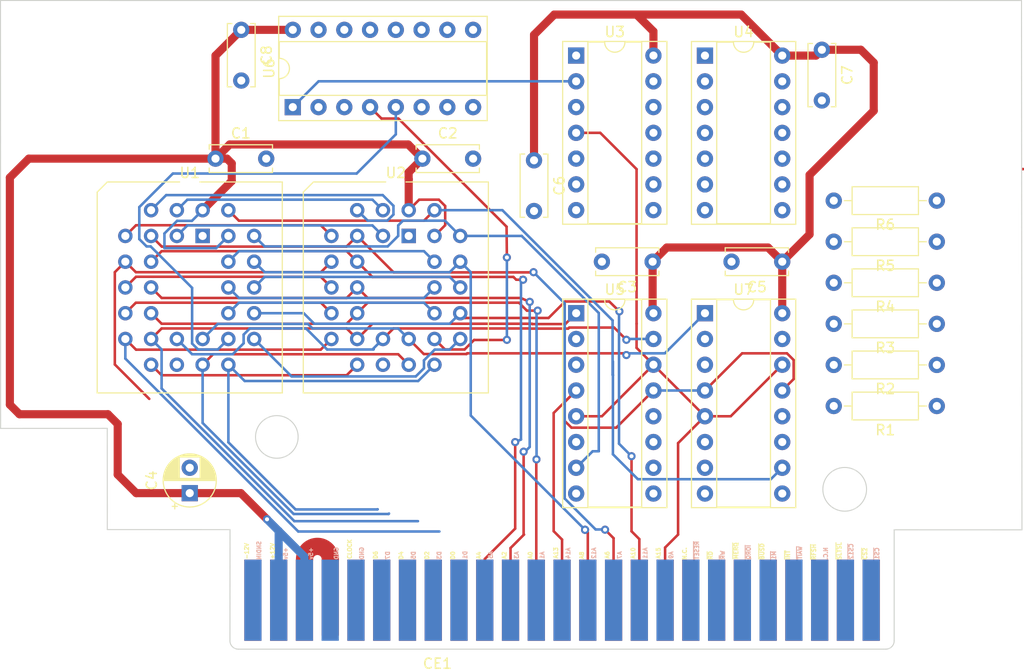
<source format=kicad_pcb>
(kicad_pcb (version 20221018) (generator pcbnew)
  (layers (0 "F.Cu" signal) (31 "B.Cu" signal) (34 "B.Paste" user) (35 "F.Paste" user) (36 "B.SilkS" user "B.Silkscreen") (37 "F.SilkS" user "F.Silkscreen") (38 "B.Mask" user) (39 "F.Mask" user) (44 "Edge.Cuts" user))
  (net 0 "")
  (net 4 "+5V")
  (net 6 "GND")
  (net 8 "/D6")
  (net 10 "/D7")
  (net 11 "/D4")
  (net 12 "/D5")
  (net 13 "/D2")
  (net 14 "/D3")
  (net 15 "/D0")
  (net 16 "/D1")
  (net 17 "/A4")
  (net 18 "/A5")
  (net 19 "/A2")
  (net 20 "/A3")
  (net 21 "/A0")
  (net 22 "/A1")
  (net 23 "/A13")
  (net 24 "/A8")
  (net 25 "/A12")
  (net 27 "/A6")
  (net 28 "/A7")
  (net 29 "/A10")
  (net 30 "/A11")
  (net 31 "/A15")
  (net 32 "/A9")
  (net 33 "/{slash}RD")
  (net 34 "/{slash}WR")
  (net 37 "/{slash}SLTSL")
  (net 38 "/MA14")
  (net 47 "/MA13")
  (net 51 "/MA15")
  (net 52 "/MA16")
  (net 53 "/ROM_CE1")
  (net 54 "/ROM_CE2")
  (net 55 "Net-(U6A-A0)")
  (net 56 "/MA17")
  (net 59 "Net-(U5-~{Ew})")
  (net 60 "Net-(U3-Pad6)")
  (net 61 "Net-(U5-~{Er})")
  (footprint "Resistor_THT:R_Axial_DIN0207_L6.3mm_D2.5mm_P10.16mm_Horizontal" (layer "F.Cu") (at 182.002867 109.71614 180)
    (fp_text reference "R1")
    (fp_text value "470R")
  )
  (footprint "Package_DIP:DIP-14_W7.62mm_Socket" (layer "F.Cu") (at 146.442867 75.16114)
    (fp_text reference "U3")
    (fp_text value "74LS32")
  )
  (footprint "Package_LCC:PLCC-32_THT-Socket" (layer "F.Cu") (at 109.612867 92.94614)
    (fp_text reference "U1")
    (fp_text value "W29C020")
  )
  (footprint "Resistor_THT:R_Axial_DIN0207_L6.3mm_D2.5mm_P10.16mm_Horizontal" (layer "F.Cu") (at 182.002867 97.56614 180)
    (fp_text reference "R4")
    (fp_text value "470R")
  )
  (footprint "Capacitor_THT:C_Disc_D6.0mm_W2.5mm_P5.00mm" (layer "F.Cu") (at 110.882867 85.32614)
    (fp_text reference "C1")
    (fp_text value "100n")
  )
  (footprint "Capacitor_THT:C_Disc_D6.0mm_W2.5mm_P5.00mm" (layer "F.Cu") (at 142.288788 85.489617 -90)
    (fp_text reference "C6")
    (fp_text value "100n")
  )
  (footprint "Capacitor_THT:C_Disc_D6.0mm_W2.5mm_P5.00mm" (layer "F.Cu") (at 113.422867 72.62614 -90)
    (fp_text reference "C8")
    (fp_text value "100n")
  )
  (footprint "Resistor_THT:R_Axial_DIN0207_L6.3mm_D2.5mm_P10.16mm_Horizontal" (layer "F.Cu") (at 182.002867 101.61614 180)
    (fp_text reference "R3")
    (fp_text value "470R")
  )
  (footprint "Package_DIP:DIP-16_W7.62mm_Socket" (layer "F.Cu") (at 146.442867 100.56614)
    (fp_text reference "U5")
    (fp_text value "74LS670")
  )
  (footprint "Resistor_THT:R_Axial_DIN0207_L6.3mm_D2.5mm_P10.16mm_Horizontal" (layer "F.Cu") (at 182.002867 89.46614 180)
    (fp_text reference "R6")
    (fp_text value "470R")
  )
  (footprint "Package_LCC:PLCC-32_THT-Socket" (layer "F.Cu") (at 129.932867 92.94614)
    (fp_text reference "U2")
    (fp_text value "W29C020")
  )
  (footprint "Package_DIP:DIP-14_W7.62mm_Socket" (layer "F.Cu") (at 159.142867 75.16614)
    (fp_text reference "U4")
    (fp_text value "74LS04")
  )
  (footprint "Capacitor_THT:C_Disc_D6.0mm_W2.5mm_P5.00mm" (layer "F.Cu") (at 166.762867 95.48614 180)
    (fp_text reference "C5")
    (fp_text value "100n")
  )
  (footprint "Capacitor_THT:C_Disc_D6.0mm_W2.5mm_P5.00mm" (layer "F.Cu") (at 170.671162 74.59035 -90)
    (fp_text reference "C7")
    (fp_text value "100n")
  )
  (footprint "Package_DIP:DIP-16_W7.62mm_Socket" (layer "F.Cu") (at 118.502867 80.24614 90)
    (fp_text reference "U6")
    (fp_text value "74LS139")
  )
  (footprint "Package_DIP:DIP-16_W7.62mm_Socket" (layer "F.Cu") (at 159.142867 100.56614)
    (fp_text reference "U7")
    (fp_text value "74LS670")
  )
  (footprint "Capacitor_THT:C_Disc_D6.0mm_W2.5mm_P5.00mm" (layer "F.Cu") (at 131.282867 85.32614)
    (fp_text reference "C2")
    (fp_text value "100n")
  )
  (footprint "Capacitor_THT:CP_Radial_D5.0mm_P2.50mm" (layer "F.Cu") (at 108.342867 118.30614 90)
    (fp_text reference "C4")
    (fp_text value "10uf")
  )
  (footprint "Resistor_THT:R_Axial_DIN0207_L6.3mm_D2.5mm_P10.16mm_Horizontal" (layer "F.Cu") (at 182.002867 93.51614 180)
    (fp_text reference "R5")
    (fp_text value "470R")
  )
  (footprint "Resistor_THT:R_Axial_DIN0207_L6.3mm_D2.5mm_P10.16mm_Horizontal" (layer "F.Cu") (at 182.002867 105.66614 180)
    (fp_text reference "R2")
    (fp_text value "470R")
  )
  (footprint "Capacitor_THT:C_Disc_D6.0mm_W2.5mm_P5.00mm" (layer "F.Cu") (at 153.982867 95.48614 180)
    (fp_text reference "C3")
    (fp_text value "100n")
  )
  (footprint "Lib_add:card_edge_connector_MSX" (layer "F.Cu") (at 143.792867 125.71614)
    (fp_text reference "CE1")
    (fp_text value "Card_Edge_Connector_MSX")
  )
  (gr_line (start 112.315213 121.905231) (end 112.307946 132.867211) (stroke (width 0.1)) (layer "Edge.Cuts"))
  (gr_arc (start 177.800089 132.865391) (mid 177.562947 133.443907) (end 176.987979 133.689526) (stroke (width 0.1)) (layer "Edge.Cuts"))
  (gr_line (start 190.354521 69.735023) (end 89.684995 69.733888) (stroke (width 0.1)) (layer "Edge.Cuts"))
  (gr_circle (center 172.921926 117.929984) (end 174.425455 116.385101) (stroke (width 0.1)) (fill none) (layer "Edge.Cuts"))
  (gr_line (start 100.212701 111.919167) (end 100.214969 121.9008) (stroke (width 0.1)) (layer "Edge.Cuts"))
  (gr_circle (center 116.930585 112.764321) (end 117.070403 110.667061) (stroke (width 0.1)) (fill none) (layer "Edge.Cuts"))
  (gr_line (start 177.8 121.92) (end 190.398682 121.922954) (stroke (width 0.1)) (layer "Edge.Cuts"))
  (gr_line (start 177.800089 132.865391) (end 177.8 121.92) (stroke (width 0.1)) (layer "Edge.Cuts"))
  (gr_line (start 190.398682 121.922954) (end 190.354521 69.735023) (stroke (width 0.1)) (layer "Edge.Cuts"))
  (gr_line (start 113.135526 133.69101) (end 176.987979 133.689526) (stroke (width 0.1)) (layer "Edge.Cuts"))
  (gr_line (start 89.684995 69.733888) (end 89.696072 111.923598) (stroke (width 0.1)) (layer "Edge.Cuts"))
  (gr_line (start 89.696072 111.923598) (end 100.212701 111.919167) (stroke (width 0.1)) (layer "Edge.Cuts"))
  (gr_arc (start 113.135526 133.69101) (mid 112.551674 133.449953) (end 112.307947 132.867211) (stroke (width 0.1)) (layer "Edge.Cuts"))
  (gr_line (start 100.214969 121.9008) (end 112.315213 121.905231) (stroke (width 0.1)) (layer "Edge.Cuts"))
  (segment (start 190.493584 86.353557) (end 190.493588 86.357856) (width 0.25) (layer "F.Cu") (net 0))
  (segment (start 190.493589 86.36) (end 190.493584 86.353557) (width 0.25) (layer "F.Cu") (net 0))
  (segment (start 129.932867 90.40614) (end 130.969067 89.36994) (width 0.25) (layer "F.Cu") (net 4))
  (segment (start 103.06614 118.30614) (end 101.241102 116.481102) (width 0.8) (layer "F.Cu") (net 4))
  (segment (start 108.342867 118.30614) (end 113.382867 118.30614) (width 0.8) (layer "F.Cu") (net 4))
  (segment (start 170.671162 74.59035) (end 174.513134 74.59035) (width 0.8) (layer "F.Cu") (net 4))
  (segment (start 91.550876 110.52629) (end 90.608771 109.584185) (width 0.8) (layer "F.Cu") (net 4))
  (segment (start 92.47386 85.32614) (end 110.882867 85.32614) (width 0.8) (layer "F.Cu") (net 4))
  (segment (start 153.982867 100.48614) (end 154.062867 100.56614) (width 0.8) (layer "F.Cu") (net 4))
  (segment (start 154.062867 75.16114) (end 154.062867 72.782867) (width 0.8) (layer "F.Cu") (net 4))
  (segment (start 133.528722 91.890285) (end 132.472867 92.94614) (width 0.25) (layer "F.Cu") (net 4))
  (segment (start 108.342867 118.30614) (end 103.06614 118.30614) (width 0.8) (layer "F.Cu") (net 4))
  (segment (start 101.241102 111.490826) (end 100.276566 110.52629) (width 0.8) (layer "F.Cu") (net 4))
  (segment (start 162.716727 71.12) (end 166.762867 75.16614) (width 0.8) (layer "F.Cu") (net 4))
  (segment (start 174.513134 74.59035) (end 175.78376 75.860976) (width 0.8) (layer "F.Cu") (net 4))
  (segment (start 100.276566 110.52629) (end 91.550876 110.52629) (width 0.8) (layer "F.Cu") (net 4))
  (segment (start 110.882867 85.32614) (end 112.014237 85.32614) (width 0.8) (layer "F.Cu") (net 4))
  (segment (start 90.608771 87.191229) (end 92.47386 85.32614) (width 0.8) (layer "F.Cu") (net 4))
  (segment (start 166.762867 95.48614) (end 165.362867 94.08614) (width 0.8) (layer "F.Cu") (net 4))
  (segment (start 154.062867 72.782867) (end 152.4 71.12) (width 0.8) (layer "F.Cu") (net 4))
  (segment (start 142.288788 73.11726) (end 144.286048 71.12) (width 0.8) (layer "F.Cu") (net 4))
  (segment (start 170.095372 75.16614) (end 170.671162 74.59035) (width 0.8) (layer "F.Cu") (net 4))
  (segment (start 90.608771 109.584185) (end 90.608771 87.191229) (width 0.8) (layer "F.Cu") (net 4))
  (segment (start 112.282867 83.92614) (end 129.882867 83.92614) (width 0.8) (layer "F.Cu") (net 4))
  (segment (start 132.902076 89.36994) (end 133.528722 89.996586) (width 0.25) (layer "F.Cu") (net 4))
  (segment (start 110.882867 75.16614) (end 113.422867 72.62614) (width 0.8) (layer "F.Cu") (net 4))
  (segment (start 166.762867 95.48614) (end 166.762867 100.56614) (width 0.8) (layer "F.Cu") (net 4))
  (segment (start 101.241102 116.481102) (end 101.241102 111.490826) (width 0.8) (layer "F.Cu") (net 4))
  (segment (start 110.882867 85.32614) (end 110.882867 75.16614) (width 0.8) (layer "F.Cu") (net 4))
  (segment (start 129.932867 87.351939) (end 129.932867 90.40614) (width 0.8) (layer "F.Cu") (net 4))
  (segment (start 133.528722 89.996586) (end 133.528722 91.890285) (width 0.25) (layer "F.Cu") (net 4))
  (segment (start 113.382867 118.30614) (end 115.962867 120.88614) (width 0.8) (layer "F.Cu") (net 4))
  (segment (start 112.484501 87.534506) (end 109.612867 90.40614) (width 0.8) (layer "F.Cu") (net 4))
  (segment (start 129.927895 86.681112) (end 129.927895 87.346967) (width 0.8) (layer "F.Cu") (net 4))
  (segment (start 112.484501 85.796404) (end 112.484501 87.534506) (width 0.8) (layer "F.Cu") (net 4))
  (segment (start 142.288788 85.489617) (end 142.288788 73.11726) (width 0.8) (layer "F.Cu") (net 4))
  (segment (start 153.982867 95.48614) (end 153.982867 100.48614) (width 0.8) (layer "F.Cu") (net 4))
  (segment (start 131.282867 85.32614) (end 129.927895 86.681112) (width 0.8) (layer "F.Cu") (net 4))
  (segment (start 175.78376 80.605149) (end 169.458196 86.930713) (width 0.8) (layer "F.Cu") (net 4))
  (segment (start 144.286048 71.12) (end 162.716727 71.12) (width 0.8) (layer "F.Cu") (net 4))
  (segment (start 112.014237 85.32614) (end 112.484501 85.796404) (width 0.8) (layer "F.Cu") (net 4))
  (segment (start 165.362867 94.08614) (end 155.382867 94.08614) (width 0.8) (layer "F.Cu") (net 4))
  (segment (start 129.882867 83.92614) (end 131.282867 85.32614) (width 0.8) (layer "F.Cu") (net 4))
  (segment (start 129.927895 87.346967) (end 129.932867 87.351939) (width 0.8) (layer "F.Cu") (net 4))
  (segment (start 175.78376 75.860976) (end 175.78376 80.605149) (width 0.8) (layer "F.Cu") (net 4))
  (segment (start 130.969067 89.36994) (end 132.902076 89.36994) (width 0.25) (layer "F.Cu") (net 4))
  (segment (start 166.762867 75.16614) (end 170.095372 75.16614) (width 0.8) (layer "F.Cu") (net 4))
  (segment (start 169.458196 86.930713) (end 169.458196 92.790811) (width 0.8) (layer "F.Cu") (net 4))
  (segment (start 169.458196 92.790811) (end 166.762867 95.48614) (width 0.8) (layer "F.Cu") (net 4))
  (segment (start 113.422867 72.62614) (end 118.502867 72.62614) (width 0.8) (layer "F.Cu") (net 4))
  (segment (start 110.882867 85.32614) (end 112.282867 83.92614) (width 0.8) (layer "F.Cu") (net 4))
  (segment (start 155.382867 94.08614) (end 153.982867 95.48614) (width 0.8) (layer "F.Cu") (net 4))
  (via (at 115.962867 120.88614) (size 0.8) (drill 0.4) (layers "F.Cu" "B.Cu") (net 4))
  (segment (start 115.962867 120.88614) (end 117.112707 122.03598) (width 0.8) (layer "B.Cu") (net 4))
  (segment (start 109.612867 90.40614) (end 108.558568 91.460439) (width 0.25) (layer "B.Cu") (net 4))
  (segment (start 117.112707 122.03598) (end 119.652707 124.57598) (width 0.8) (layer "B.Cu") (net 4))
  (segment (start 119.652707 124.57598) (end 119.652707 128.86358) (width 0.8) (layer "B.Cu") (net 4))
  (segment (start 110.952324 94.146683) (end 112.152867 92.94614) (width 0.25) (layer "B.Cu") (net 4))
  (segment (start 105.848771 94.146683) (end 110.952324 94.146683) (width 0.25) (layer "B.Cu") (net 4))
  (segment (start 107.093159 91.460439) (end 105.848771 92.704827) (width 0.25) (layer "B.Cu") (net 4))
  (segment (start 117.112707 128.86358) (end 117.112707 125.71358) (width 0.25) (layer "B.Cu") (net 4))
  (segment (start 117.112707 122.03598) (end 117.112707 128.86358) (width 0.8) (layer "B.Cu") (net 4))
  (segment (start 108.558568 91.460439) (end 107.093159 91.460439) (width 0.25) (layer "B.Cu") (net 4))
  (segment (start 105.848771 92.704827) (end 105.848771 94.146683) (width 0.25) (layer "B.Cu") (net 4))
  (segment (start 130.869874 107.249133) (end 132.472867 105.64614) (width 0.25) (layer "B.Cu") (net 8))
  (segment (start 112.152867 105.64614) (end 112.152867 113.293754) (width 0.25) (layer "B.Cu") (net 8))
  (segment (start 113.75586 107.249133) (end 130.869874 107.249133) (width 0.25) (layer "B.Cu") (net 8))
  (segment (start 126.848638 119.914336) (end 126.871069 119.891905) (width 0.25) (layer "B.Cu") (net 8))
  (segment (start 112.152867 113.293754) (end 118.773449 119.914336) (width 0.25) (layer "B.Cu") (net 8))
  (segment (start 112.152867 105.64614) (end 113.75586 107.249133) (width 0.25) (layer "B.Cu") (net 8))
  (segment (start 118.773449 119.914336) (end 126.848638 119.914336) (width 0.25) (layer "B.Cu") (net 8))
  (segment (start 132.500833 104.152765) (end 133.966242 104.152765) (width 0.25) (layer "B.Cu") (net 10))
  (segment (start 133.966242 104.152765) (end 135.012867 103.10614) (width 0.25) (layer "B.Cu") (net 10))
  (segment (start 131.436667 105.99419) (end 131.436667 105.216931) (width 0.25) (layer "B.Cu") (net 10))
  (segment (start 130.631225 106.799632) (end 131.436667 105.99419) (width 0.25) (layer "B.Cu") (net 10))
  (segment (start 114.692867 103.10614) (end 118.386359 106.799632) (width 0.25) (layer "B.Cu") (net 10))
  (segment (start 118.386359 106.799632) (end 130.631225 106.799632) (width 0.25) (layer "B.Cu") (net 10))
  (segment (start 131.436667 105.216931) (end 132.500833 104.152765) (width 0.25) (layer "B.Cu") (net 10))
  (segment (start 110.649067 104.60994) (end 128.896667 104.60994) (width 0.25) (layer "F.Cu") (net 11))
  (segment (start 128.896667 104.60994) (end 129.932867 105.64614) (width 0.25) (layer "F.Cu") (net 11))
  (segment (start 109.612867 105.64614) (end 110.649067 104.60994) (width 0.25) (layer "F.Cu") (net 11))
  (segment (start 129.932867 128.74342) (end 129.812707 128.86358) (width 0.25) (layer "F.Cu") (net 11))
  (segment (start 109.612867 111.389444) (end 118.58726 120.363837) (width 0.25) (layer "B.Cu") (net 11))
  (segment (start 118.58726 120.363837) (end 127.946881 120.363837) (width 0.25) (layer "B.Cu") (net 11))
  (segment (start 109.612867 105.64614) (end 109.612867 111.389444) (width 0.25) (layer "B.Cu") (net 11))
  (segment (start 127.946881 120.363837) (end 127.992623 120.318095) (width 0.25) (layer "B.Cu") (net 11))
  (segment (start 151.155075 104.695488) (end 151.160305 104.690258) (width 0.25) (layer "F.Cu") (net 12))
  (segment (start 151.224971 104.52114) (end 151.394089 104.690258) (width 0.25) (layer "F.Cu") (net 12))
  (segment (start 135.628265 104.591841) (end 135.698966 104.52114) (width 0.25) (layer "F.Cu") (net 12))
  (segment (start 129.932867 103.10614) (end 131.418568 104.591841) (width 0.25) (layer "F.Cu") (net 12))
  (segment (start 131.418568 104.591841) (end 135.628265 104.591841) (width 0.25) (layer "F.Cu") (net 12))
  (segment (start 135.698966 104.52114) (end 151.224971 104.52114) (width 0.25) (layer "F.Cu") (net 12))
  (segment (start 151.160305 104.690258) (end 151.394089 104.690258) (width 0.25) (layer "F.Cu") (net 12))
  (via (at 151.394089 104.690258) (size 0.8) (drill 0.4) (layers "F.Cu" "B.Cu") (net 12))
  (segment (start 111.098568 101.620439) (end 119.997447 101.620439) (width 0.25) (layer "B.Cu") (net 12))
  (segment (start 120.446948 102.06994) (end 128.896667 102.06994) (width 0.25) (layer "B.Cu") (net 12))
  (segment (start 109.612867 103.10614) (end 111.098568 101.620439) (width 0.25) (layer "B.Cu") (net 12))
  (segment (start 159.142867 100.56614) (end 155.187867 104.52114) (width 0.25) (layer "B.Cu") (net 12))
  (segment (start 151.563207 104.52114) (end 151.394089 104.690258) (width 0.25) (layer "B.Cu") (net 12))
  (segment (start 128.896667 102.06994) (end 129.932867 103.10614) (width 0.25) (layer "B.Cu") (net 12))
  (segment (start 119.997447 101.620439) (end 120.446948 102.06994) (width 0.25) (layer "B.Cu") (net 12))
  (segment (start 155.187867 104.52114) (end 151.563207 104.52114) (width 0.25) (layer "B.Cu") (net 12))
  (segment (start 105.569067 102.06994) (end 123.816667 102.06994) (width 0.25) (layer "F.Cu") (net 13))
  (segment (start 145.373842 101.635165) (end 142.122383 101.635165) (width 0.25) (layer "F.Cu") (net 13))
  (segment (start 142.122383 101.635165) (end 142.092475 101.605257) (width 0.25) (layer "F.Cu") (net 13))
  (segment (start 146.442867 100.56614) (end 145.373842 101.635165) (width 0.25) (layer "F.Cu") (net 13))
  (segment (start 142.092475 101.605257) (end 126.35375 101.605257) (width 0.25) (layer "F.Cu") (net 13))
  (segment (start 126.35375 101.605257) (end 124.852867 103.10614) (width 0.25) (layer "F.Cu") (net 13))
  (segment (start 104.532867 103.10614) (end 105.569067 102.06994) (width 0.25) (layer "F.Cu") (net 13))
  (segment (start 123.816667 102.06994) (end 124.852867 103.10614) (width 0.25) (layer "F.Cu") (net 13))
  (segment (start 105.569067 107.981334) (end 118.65663 121.068897) (width 0.25) (layer "B.Cu") (net 13))
  (segment (start 118.65663 121.068897) (end 130.845557 121.068897) (width 0.25) (layer "B.Cu") (net 13))
  (segment (start 105.569067 104.14234) (end 105.569067 107.981334) (width 0.25) (layer "B.Cu") (net 13))
  (segment (start 104.532867 103.10614) (end 105.569067 104.14234) (width 0.25) (layer "B.Cu") (net 13))
  (segment (start 150.187517 101.98114) (end 151.394089 103.187712) (width 0.25) (layer "F.Cu") (net 14))
  (segment (start 145.657702 102.084666) (end 145.761228 101.98114) (width 0.25) (layer "F.Cu") (net 14))
  (segment (start 141.921468 102.06994) (end 141.936194 102.084666) (width 0.25) (layer "F.Cu") (net 14))
  (segment (start 127.392867 103.10614) (end 128.429067 102.06994) (width 0.25) (layer "F.Cu") (net 14))
  (segment (start 145.761228 101.98114) (end 150.187517 101.98114) (width 0.25) (layer "F.Cu") (net 14))
  (segment (start 128.429067 102.06994) (end 141.921468 102.06994) (width 0.25) (layer "F.Cu") (net 14))
  (segment (start 141.936194 102.084666) (end 145.657702 102.084666) (width 0.25) (layer "F.Cu") (net 14))
  (via (at 151.394089 103.187712) (size 0.8) (drill 0.4) (layers "F.Cu" "B.Cu") (net 14))
  (segment (start 107.072867 103.10614) (end 108.576667 104.60994) (width 0.25) (layer "B.Cu") (net 14))
  (segment (start 126.452355 104.145288) (end 126.474787 104.122856) (width 0.25) (layer "B.Cu") (net 14))
  (segment (start 151.475661 103.10614) (end 151.394089 103.187712) (width 0.25) (layer "B.Cu") (net 14))
  (segment (start 126.474787 104.122856) (end 126.474787 104.02422) (width 0.25) (layer "B.Cu") (net 14))
  (segment (start 114.263658 102.06994) (end 119.811258 102.06994) (width 0.25) (layer "B.Cu") (net 14))
  (segment (start 113.656667 103.535349) (end 113.656667 102.676931) (width 0.25) (layer "B.Cu") (net 14))
  (segment (start 108.576667 104.60994) (end 112.582076 104.60994) (width 0.25) (layer "B.Cu") (net 14))
  (segment (start 151.29094 103.084563) (end 151.394089 103.187712) (width 0.25) (layer "B.Cu") (net 14))
  (segment (start 154.062867 103.10614) (end 151.475661 103.10614) (width 0.25) (layer "B.Cu") (net 14))
  (segment (start 112.582076 104.60994) (end 113.656667 103.535349) (width 0.25) (layer "B.Cu") (net 14))
  (segment (start 151.29094 103.046165) (end 151.29094 103.084563) (width 0.25) (layer "B.Cu") (net 14))
  (segment (start 113.656667 102.676931) (end 114.263658 102.06994) (width 0.25) (layer "B.Cu") (net 14))
  (segment (start 126.474787 104.02422) (end 127.392867 103.10614) (width 0.25) (layer "B.Cu") (net 14))
  (segment (start 121.886606 104.145288) (end 126.452355 104.145288) (width 0.25) (layer "B.Cu") (net 14))
  (segment (start 119.811258 102.06994) (end 121.886606 104.145288) (width 0.25) (layer "B.Cu") (net 14))
  (segment (start 103.047166 104.160439) (end 121.258568 104.160439) (width 0.25) (layer "F.Cu") (net 15))
  (segment (start 101.992867 103.10614) (end 103.047166 104.160439) (width 0.25) (layer "F.Cu") (net 15))
  (segment (start 121.258568 104.160439) (end 122.312867 103.10614) (width 0.25) (layer "F.Cu") (net 15))
  (segment (start 119.040276 122.088233) (end 132.95673 122.088233) (width 0.25) (layer "B.Cu") (net 15))
  (segment (start 101.992867 103.10614) (end 101.992867 105.040824) (width 0.25) (layer "B.Cu") (net 15))
  (segment (start 101.992867 105.040824) (end 119.040276 122.088233) (width 0.25) (layer "B.Cu") (net 15))
  (segment (start 123.816667 106.68234) (end 124.852867 105.64614) (width 0.25) (layer "F.Cu") (net 16))
  (segment (start 104.532867 105.64614) (end 105.569067 106.68234) (width 0.25) (layer "F.Cu") (net 16))
  (segment (start 105.569067 106.68234) (end 123.816667 106.68234) (width 0.25) (layer "F.Cu") (net 16))
  (segment (start 104.532867 95.48614) (end 105.569067 94.44994) (width 0.25) (layer "F.Cu") (net 17))
  (segment (start 123.816667 94.44994) (end 124.852867 95.48614) (width 0.25) (layer "F.Cu") (net 17))
  (segment (start 140.431198 113.274097) (end 140.431198 121.801007) (width 0.25) (layer "F.Cu") (net 17))
  (segment (start 105.569067 94.44994) (end 123.816667 94.44994) (width 0.25) (layer "F.Cu") (net 17))
  (segment (start 124.852867 95.48614) (end 126.356667 96.98994) (width 0.25) (layer "F.Cu") (net 17))
  (segment (start 140.258612 96.98994) (end 140.533611 97.264939) (width 0.25) (layer "F.Cu") (net 17))
  (segment (start 126.356667 96.98994) (end 140.258612 96.98994) (width 0.25) (layer "F.Cu") (net 17))
  (segment (start 140.533611 97.264939) (end 141.211086 97.264939) (width 0.25) (layer "F.Cu") (net 17))
  (segment (start 141.003191 97.024059) (end 141.211086 97.231954) (width 0.25) (layer "F.Cu") (net 17))
  (segment (start 141.003191 97.024059) (end 141.003191 97.024059) (width 0.25) (layer "F.Cu") (net 17))
  (segment (start 141.211086 97.231954) (end 141.211086 97.264939) (width 0.25) (layer "F.Cu") (net 17))
  (segment (start 140.431198 121.801007) (end 137.432707 124.799498) (width 0.25) (layer "F.Cu") (net 17))
  (segment (start 137.432707 124.799498) (end 137.432707 128.86358) (width 0.25) (layer "F.Cu") (net 17))
  (via (at 140.431198 113.274097) (size 0.8) (drill 0.4) (layers "F.Cu" "B.Cu") (net 17))
  (via (at 141.211086 97.264939) (size 0.8) (drill 0.4) (layers "F.Cu" "B.Cu") (net 17))
  (segment (start 141.003191 113.021753) (end 141.003191 97.472834) (width 0.25) (layer "B.Cu") (net 17))
  (segment (start 141.003191 97.472834) (end 141.211086 97.264939) (width 0.25) (layer "B.Cu") (net 17))
  (segment (start 140.431198 113.274097) (end 140.570121 113.454823) (width 0.25) (layer "B.Cu") (net 17))
  (segment (start 140.431198 113.274097) (end 141.003191 113.021753) (width 0.25) (layer "B.Cu") (net 17))
  (segment (start 121.276667 96.52234) (end 122.312867 95.48614) (width 0.25) (layer "F.Cu") (net 18))
  (segment (start 101.992867 95.48614) (end 100.956667 96.52234) (width 0.25) (layer "F.Cu") (net 18))
  (segment (start 100.956667 96.52234) (end 100.956667 105.617954) (width 0.25) (layer "F.Cu") (net 18))
  (segment (start 101.992867 95.48614) (end 103.029067 96.52234) (width 0.25) (layer "F.Cu") (net 18))
  (segment (start 103.029067 96.52234) (end 121.276667 96.52234) (width 0.25) (layer "F.Cu") (net 18))
  (segment (start 100.956667 105.617954) (end 104.351545 109.012832) (width 0.25) (layer "F.Cu") (net 18))
  (segment (start 141.297894 122.39297) (end 139.972707 123.718157) (width 0.25) (layer "F.Cu") (net 19))
  (segment (start 139.972707 123.718157) (end 139.972707 128.86358) (width 0.25) (layer "F.Cu") (net 19))
  (segment (start 141.264248 114.216842) (end 141.264248 122.359324) (width 0.25) (layer "F.Cu") (net 19))
  (segment (start 105.569067 99.06234) (end 123.816667 99.06234) (width 0.25) (layer "F.Cu") (net 19))
  (segment (start 104.532867 98.02614) (end 105.569067 99.06234) (width 0.25) (layer "F.Cu") (net 19))
  (segment (start 141.264248 122.359324) (end 141.297894 122.39297) (width 0.25) (layer "F.Cu") (net 19))
  (segment (start 123.816667 99.06234) (end 124.852867 98.02614) (width 0.25) (layer "F.Cu") (net 19))
  (segment (start 125.889067 99.06234) (end 140.971614 99.06234) (width 0.25) (layer "F.Cu") (net 19))
  (segment (start 140.971614 99.06234) (end 141.864328 99.446616) (width 0.25) (layer "F.Cu") (net 19))
  (segment (start 124.852867 98.02614) (end 125.889067 99.06234) (width 0.25) (layer "F.Cu") (net 19))
  (via (at 141.864328 99.446616) (size 0.8) (drill 0.4) (layers "F.Cu" "B.Cu") (net 19))
  (via (at 141.264248 114.216842) (size 0.8) (drill 0.4) (layers "F.Cu" "B.Cu") (net 19))
  (segment (start 141.264248 114.351428) (end 141.331541 114.284135) (width 0.25) (layer "B.Cu") (net 19))
  (segment (start 141.264248 114.216842) (end 141.264248 114.351428) (width 0.25) (layer "B.Cu") (net 19))
  (segment (start 141.864328 113.751348) (end 141.398834 114.216842) (width 0.25) (layer "B.Cu") (net 19))
  (segment (start 141.864328 99.446616) (end 141.864328 113.751348) (width 0.25) (layer "B.Cu") (net 19))
  (segment (start 141.398834 114.216842) (end 141.264248 114.216842) (width 0.25) (layer "B.Cu") (net 19))
  (segment (start 121.258568 96.971841) (end 122.312867 98.02614) (width 0.25) (layer "F.Cu") (net 20))
  (segment (start 101.992867 98.02614) (end 103.047166 96.971841) (width 0.25) (layer "F.Cu") (net 20))
  (segment (start 103.047166 96.971841) (end 121.258568 96.971841) (width 0.25) (layer "F.Cu") (net 20))
  (segment (start 142.647018 100.409172) (end 142.647018 100.312123) (width 0.25) (layer "F.Cu") (net 21))
  (segment (start 125.889067 99.52994) (end 140.803524 99.52994) (width 0.25) (layer "F.Cu") (net 21))
  (segment (start 142.600176 100.456014) (end 142.647018 100.409172) (width 0.25) (layer "F.Cu") (net 21))
  (segment (start 124.852867 100.56614) (end 125.889067 99.52994) (width 0.25) (layer "F.Cu") (net 21))
  (segment (start 105.569067 101.60234) (end 123.816667 101.60234) (width 0.25) (layer "F.Cu") (net 21))
  (segment (start 142.531604 114.97822) (end 142.512707 114.997117) (width 0.25) (layer "F.Cu") (net 21))
  (segment (start 142.600176 100.456014) (end 142.600176 100.456014) (width 0.25) (layer "F.Cu") (net 21))
  (segment (start 104.532867 100.56614) (end 105.569067 101.60234) (width 0.25) (layer "F.Cu") (net 21))
  (segment (start 141.585707 100.312123) (end 142.647018 100.312123) (width 0.25) (layer "F.Cu") (net 21))
  (segment (start 123.816667 101.60234) (end 124.852867 100.56614) (width 0.25) (layer "F.Cu") (net 21))
  (segment (start 142.512707 114.997117) (end 142.512707 128.86358) (width 0.25) (layer "F.Cu") (net 21))
  (segment (start 140.803524 99.52994) (end 141.585707 100.312123) (width 0.25) (layer "F.Cu") (net 21))
  (via (at 142.531604 114.97822) (size 0.8) (drill 0.4) (layers "F.Cu" "B.Cu") (net 21))
  (via (at 142.647018 100.312123) (size 0.8) (drill 0.4) (layers "F.Cu" "B.Cu") (net 21))
  (segment (start 142.538266 100.420875) (end 142.647018 100.312123) (width 0.25) (layer "B.Cu") (net 21))
  (segment (start 142.531604 114.97822) (end 142.538266 114.984882) (width 0.25) (layer "B.Cu") (net 21))
  (segment (start 142.538266 114.984882) (end 142.538266 115.120747) (width 0.25) (layer "B.Cu") (net 21))
  (segment (start 142.531604 114.97822) (end 142.538266 114.971558) (width 0.25) (layer "B.Cu") (net 21))
  (segment (start 142.538266 114.971558) (end 142.538266 100.420875) (width 0.25) (layer "B.Cu") (net 21))
  (segment (start 142.538266 115.120747) (end 142.576466 115.158947) (width 0.25) (layer "B.Cu") (net 21))
  (segment (start 121.276667 99.52994) (end 122.312867 100.56614) (width 0.25) (layer "F.Cu") (net 22))
  (segment (start 103.029067 99.52994) (end 121.276667 99.52994) (width 0.25) (layer "F.Cu") (net 22))
  (segment (start 101.992867 100.56614) (end 103.029067 99.52994) (width 0.25) (layer "F.Cu") (net 22))
  (segment (start 146.442867 108.18614) (end 144.225789 110.403218) (width 0.25) (layer "F.Cu") (net 23))
  (segment (start 154.062867 108.18614) (end 150.397867 111.85114) (width 0.25) (layer "F.Cu") (net 23))
  (segment (start 144.225789 122.056504) (end 145.052707 122.883422) (width 0.25) (layer "F.Cu") (net 23))
  (segment (start 150.397867 111.85114) (end 145.976876 111.85114) (width 0.25) (layer "F.Cu") (net 23))
  (segment (start 159.142867 108.18614) (end 162.807867 104.52114) (width 0.25) (layer "F.Cu") (net 23))
  (segment (start 167.887867 107.06114) (end 166.762867 108.18614) (width 0.25) (layer "F.Cu") (net 23))
  (segment (start 145.317867 109.31114) (end 146.442867 108.18614) (width 0.25) (layer "F.Cu") (net 23))
  (segment (start 162.807867 104.52114) (end 167.228858 104.52114) (width 0.25) (layer "F.Cu") (net 23))
  (segment (start 144.225789 110.403218) (end 144.225789 122.056504) (width 0.25) (layer "F.Cu") (net 23))
  (segment (start 145.052707 122.883422) (end 145.052707 128.86358) (width 0.25) (layer "F.Cu") (net 23))
  (segment (start 167.228858 104.52114) (end 167.887867 105.180149) (width 0.25) (layer "F.Cu") (net 23))
  (segment (start 145.317867 111.192131) (end 145.317867 109.31114) (width 0.25) (layer "F.Cu") (net 23))
  (segment (start 145.976876 111.85114) (end 145.317867 111.192131) (width 0.25) (layer "F.Cu") (net 23))
  (segment (start 167.887867 105.180149) (end 167.887867 107.06114) (width 0.25) (layer "F.Cu") (net 23))
  (segment (start 154.062867 108.18614) (end 159.142867 108.18614) (width 0.25) (layer "B.Cu") (net 23))
  (segment (start 147.592707 122.192707) (end 147.592707 128.86358) (width 0.25) (layer "F.Cu") (net 24))
  (segment (start 147.32 121.92) (end 147.592707 122.192707) (width 0.25) (layer "F.Cu") (net 24))
  (via (at 147.32 121.92) (size 0.8) (drill 0.4) (layers "F.Cu" "B.Cu") (net 24))
  (via (at 147.32 121.92) (size 0.8) (drill 0.4) (layers "F.Cu" "B.Cu") (net 24))
  (segment (start 115.729067 96.52234) (end 133.976667 96.52234) (width 0.25) (layer "B.Cu") (net 24))
  (segment (start 114.692867 95.48614) (end 115.729067 96.52234) (width 0.25) (layer "B.Cu") (net 24))
  (segment (start 133.976667 96.52234) (end 135.012867 95.48614) (width 0.25) (layer "B.Cu") (net 24))
  (segment (start 136.049067 96.52234) (end 136.049067 110.649067) (width 0.25) (layer "B.Cu") (net 24))
  (segment (start 136.049067 110.649067) (end 147.32 121.92) (width 0.25) (layer "B.Cu") (net 24))
  (segment (start 135.012867 95.48614) (end 136.049067 96.52234) (width 0.25) (layer "B.Cu") (net 24))
  (segment (start 127.372076 88.91994) (end 128.429067 89.976931) (width 0.25) (layer "B.Cu") (net 25))
  (segment (start 128.429067 89.976931) (end 128.429067 90.835349) (width 0.25) (layer "B.Cu") (net 25))
  (segment (start 125.889067 91.44234) (end 124.852867 90.40614) (width 0.25) (layer "B.Cu") (net 25))
  (segment (start 128.429067 90.835349) (end 127.822076 91.44234) (width 0.25) (layer "B.Cu") (net 25))
  (segment (start 106.019067 88.91994) (end 127.372076 88.91994) (width 0.25) (layer "B.Cu") (net 25))
  (segment (start 127.822076 91.44234) (end 125.889067 91.44234) (width 0.25) (layer "B.Cu") (net 25))
  (segment (start 104.532867 90.40614) (end 106.019067 88.91994) (width 0.25) (layer "B.Cu") (net 25))
  (segment (start 150.132707 122.748803) (end 150.132707 128.86358) (width 0.25) (layer "F.Cu") (net 27))
  (segment (start 142.219561 96.540439) (end 142.24 96.52) (width 0.25) (layer "F.Cu") (net 27))
  (segment (start 105.586667 93.99994) (end 123.799067 93.99994) (width 0.25) (layer "F.Cu") (net 27))
  (segment (start 104.532867 92.94614) (end 105.586667 93.99994) (width 0.25) (layer "F.Cu") (net 27))
  (segment (start 128.447166 96.540439) (end 142.219561 96.540439) (width 0.25) (layer "F.Cu") (net 27))
  (segment (start 123.799067 93.99994) (end 124.852867 92.94614) (width 0.25) (layer "F.Cu") (net 27))
  (segment (start 149.293934 121.91003) (end 150.132707 122.748803) (width 0.25) (layer "F.Cu") (net 27))
  (segment (start 124.852867 92.94614) (end 128.447166 96.540439) (width 0.25) (layer "F.Cu") (net 27))
  (segment (start 142.24 96.52) (end 142.260439 96.540439) (width 0.25) (layer "F.Cu") (net 27))
  (via (at 149.293934 121.91003) (size 0.8) (drill 0.4) (layers "F.Cu" "B.Cu") (net 27))
  (via (at 142.24 96.52) (size 0.8) (drill 0.4) (layers "F.Cu" "B.Cu") (net 27))
  (segment (start 149.260255 121.887632) (end 149.237857 121.887632) (width 0.25) (layer "B.Cu") (net 27))
  (segment (start 145.317867 99.597867) (end 145.317867 118.842454) (width 0.25) (layer "B.Cu") (net 27))
  (segment (start 149.215459 121.887632) (end 149.293934 121.91003) (width 0.25) (layer "B.Cu") (net 27))
  (segment (start 142.24 96.52) (end 145.317867 99.597867) (width 0.25) (layer "B.Cu") (net 27))
  (segment (start 148.363045 121.887632) (end 149.215459 121.887632) (width 0.25) (layer "B.Cu") (net 27))
  (segment (start 149.293934 121.91003) (end 149.260255 121.887632) (width 0.25) (layer "B.Cu") (net 27))
  (segment (start 145.317867 118.842454) (end 148.363045 121.887632) (width 0.25) (layer "B.Cu") (net 27))
  (segment (start 121.258568 91.891841) (end 122.312867 92.94614) (width 0.25) (layer "F.Cu") (net 28))
  (segment (start 103.047166 91.891841) (end 121.258568 91.891841) (width 0.25) (layer "F.Cu") (net 28))
  (segment (start 101.992867 92.94614) (end 103.047166 91.891841) (width 0.25) (layer "F.Cu") (net 28))
  (segment (start 151.902926 122.06772) (end 152.672707 122.837501) (width 0.25) (layer "F.Cu") (net 29))
  (segment (start 151.902926 114.665463) (end 151.902926 122.06772) (width 0.25) (layer "F.Cu") (net 29))
  (segment (start 135.012867 100.56614) (end 135.48335 101.036623) (width 0.25) (layer "F.Cu") (net 29))
  (segment (start 152.672707 122.837501) (end 152.672707 128.86358) (width 0.25) (layer "F.Cu") (net 29))
  (segment (start 143.722384 101.036623) (end 145.346038 99.412969) (width 0.25) (layer "F.Cu") (net 29))
  (segment (start 135.48335 101.036623) (end 143.722384 101.036623) (width 0.25) (layer "F.Cu") (net 29))
  (segment (start 145.346038 99.412969) (end 149.708909 99.412969) (width 0.25) (layer "F.Cu") (net 29))
  (segment (start 149.708909 99.412969) (end 150.705207 100.383737) (width 0.25) (layer "F.Cu") (net 29))
  (via (at 150.705207 100.383737) (size 0.8) (drill 0.4) (layers "F.Cu" "B.Cu") (net 29))
  (via (at 151.902926 114.665463) (size 0.8) (drill 0.4) (layers "F.Cu" "B.Cu") (net 29))
  (segment (start 114.692867 100.56614) (end 119.578838 100.56614) (width 0.25) (layer "B.Cu") (net 29))
  (segment (start 150.669589 100.419355) (end 150.705207 100.383737) (width 0.25) (layer "B.Cu") (net 29))
  (segment (start 133.976667 101.60234) (end 135.012867 100.56614) (width 0.25) (layer "B.Cu") (net 29))
  (segment (start 151.902926 114.665463) (end 151.858064 114.620601) (width 0.25) (layer "B.Cu") (net 29))
  (segment (start 119.578838 100.56614) (end 120.615038 101.60234) (width 0.25) (layer "B.Cu") (net 29))
  (segment (start 151.902926 114.665463) (end 151.902926 114.665463) (width 0.25) (layer "B.Cu") (net 29))
  (segment (start 120.615038 101.60234) (end 133.976667 101.60234) (width 0.25) (layer "B.Cu") (net 29))
  (segment (start 151.902926 114.665463) (end 151.902926 114.665463) (width 0.25) (layer "B.Cu") (net 29))
  (segment (start 150.669589 113.432126) (end 150.669589 100.419355) (width 0.25) (layer "B.Cu") (net 29))
  (segment (start 151.902926 114.665463) (end 150.669589 113.432126) (width 0.25) (layer "B.Cu") (net 29))
  (segment (start 114.692867 98.02614) (end 115.729067 96.98994) (width 0.25) (layer "B.Cu") (net 30))
  (segment (start 115.729067 96.98994) (end 133.976667 96.98994) (width 0.25) (layer "B.Cu") (net 30))
  (segment (start 133.976667 96.98994) (end 135.012867 98.02614) (width 0.25) (layer "B.Cu") (net 30))
  (segment (start 154.062867 105.64614) (end 152.4 103.983273) (width 0.25) (layer "F.Cu") (net 31))
  (segment (start 152.4 86.36) (end 148.82114 82.78114) (width 0.25) (layer "F.Cu") (net 31))
  (segment (start 155.212707 123.672656) (end 155.212707 128.86358) (width 0.25) (layer "F.Cu") (net 31))
  (segment (start 161.682867 110.72614) (end 166.762867 105.64614) (width 0.25) (layer "F.Cu") (net 31))
  (segment (start 156.493032 113.375975) (end 156.493032 122.392331) (width 0.25) (layer "F.Cu") (net 31))
  (segment (start 148.82114 82.78114) (end 146.442867 82.78114) (width 0.25) (layer "F.Cu") (net 31))
  (segment (start 154.062867 105.64614) (end 159.142867 110.72614) (width 0.25) (layer "F.Cu") (net 31))
  (segment (start 159.142867 110.72614) (end 156.493032 113.375975) (width 0.25) (layer "F.Cu") (net 31))
  (segment (start 152.4 101.6) (end 152.4 86.36) (width 0.25) (layer "F.Cu") (net 31))
  (segment (start 146.442867 110.72614) (end 148.982867 110.72614) (width 0.25) (layer "F.Cu") (net 31))
  (segment (start 148.982867 110.72614) (end 154.062867 105.64614) (width 0.25) (layer "F.Cu") (net 31))
  (segment (start 159.142867 110.72614) (end 161.682867 110.72614) (width 0.25) (layer "F.Cu") (net 31))
  (segment (start 156.493032 122.392331) (end 155.212707 123.672656) (width 0.25) (layer "F.Cu") (net 31))
  (segment (start 152.4 103.983273) (end 152.4 101.6) (width 0.25) (layer "F.Cu") (net 31))
  (segment (start 131.436667 99.06234) (end 132.472867 98.02614) (width 0.25) (layer "B.Cu") (net 32))
  (segment (start 112.152867 98.02614) (end 113.189067 99.06234) (width 0.25) (layer "B.Cu") (net 32))
  (segment (start 113.189067 99.06234) (end 131.436667 99.06234) (width 0.25) (layer "B.Cu") (net 32))
  (segment (start 112.152867 100.56614) (end 113.189067 99.52994) (width 0.25) (layer "B.Cu") (net 33))
  (segment (start 113.189067 99.52994) (end 131.436667 99.52994) (width 0.25) (layer "B.Cu") (net 33))
  (segment (start 131.436667 99.52994) (end 132.472867 100.56614) (width 0.25) (layer "B.Cu") (net 33))
  (segment (start 121.047867 77.70114) (end 146.442867 77.70114) (width 0.25) (layer "B.Cu") (net 37))
  (segment (start 118.502867 80.24614) (end 121.047867 77.70114) (width 0.25) (layer "B.Cu") (net 37))
  (segment (start 148.673713 114.177476) (end 148.071531 114.177476) (width 0.25) (layer "B.Cu") (net 38))
  (segment (start 148.071531 114.177476) (end 146.442867 115.80614) (width 0.25) (layer "B.Cu") (net 38))
  (segment (start 114.692867 92.94614) (end 115.729067 93.98234) (width 0.25) (layer "B.Cu") (net 38))
  (segment (start 127.860467 93.98234) (end 128.896667 92.94614) (width 0.25) (layer "B.Cu") (net 38))
  (segment (start 133.509067 91.44234) (end 135.012867 92.94614) (width 0.25) (layer "B.Cu") (net 38))
  (segment (start 141.072867 92.94614) (end 148.673713 100.546986) (width 0.25) (layer "B.Cu") (net 38))
  (segment (start 135.012867 92.94614) (end 141.072867 92.94614) (width 0.25) (layer "B.Cu") (net 38))
  (segment (start 128.896667 92.94614) (end 128.896667 91.90994) (width 0.25) (layer "B.Cu") (net 38))
  (segment (start 148.673713 100.546986) (end 148.673713 114.177476) (width 0.25) (layer "B.Cu") (net 38))
  (segment (start 115.729067 93.98234) (end 127.860467 93.98234) (width 0.25) (layer "B.Cu") (net 38))
  (segment (start 129.364267 91.44234) (end 133.509067 91.44234) (width 0.25) (layer "B.Cu") (net 38))
  (segment (start 128.896667 91.90994) (end 129.364267 91.44234) (width 0.25) (layer "B.Cu") (net 38))
  (segment (start 113.189067 94.44994) (end 131.436667 94.44994) (width 0.25) (layer "B.Cu") (net 47))
  (segment (start 112.152867 95.48614) (end 113.189067 94.44994) (width 0.25) (layer "B.Cu") (net 47))
  (segment (start 131.436667 94.44994) (end 132.472867 95.48614) (width 0.25) (layer "B.Cu") (net 47))
  (segment (start 126.356667 91.90994) (end 127.392867 92.94614) (width 0.25) (layer "B.Cu") (net 51))
  (segment (start 107.072867 92.94614) (end 108.109067 91.90994) (width 0.25) (layer "B.Cu") (net 51))
  (segment (start 108.109067 91.90994) (end 126.356667 91.90994) (width 0.25) (layer "B.Cu") (net 51))
  (segment (start 107.072867 90.40614) (end 106.68 90.799007) (width 0.25) (layer "F.Cu") (net 52))
  (segment (start 126.356667 89.36994) (end 127.392867 90.40614) (width 0.25) (layer "B.Cu") (net 52))
  (segment (start 108.109067 89.36994) (end 126.356667 89.36994) (width 0.25) (layer "B.Cu") (net 52))
  (segment (start 107.072867 90.40614) (end 108.109067 89.36994) (width 0.25) (layer "B.Cu") (net 52))
  (segment (start 127.247867 81.37114) (end 128.918858 81.37114) (width 0.25) (layer "F.Cu") (net 53))
  (segment (start 135.442076 104.14234) (end 136.381234 103.203182) (width 0.25) (layer "F.Cu") (net 53))
  (segment (start 139.582556 92.034838) (end 139.612464 95.069456) (width 0.25) (layer "F.Cu") (net 53))
  (segment (start 133.509067 104.14234) (end 135.442076 104.14234) (width 0.25) (layer "F.Cu") (net 53))
  (segment (start 139.492226 103.203182) (end 139.613678 103.190721) (width 0.25) (layer "F.Cu") (net 53))
  (segment (start 139.613678 103.190721) (end 139.517148 103.203182) (width 0.25) (layer "F.Cu") (net 53))
  (segment (start 139.612464 95.069456) (end 139.582556 95.005902) (width 0.25) (layer "F.Cu") (net 53))
  (segment (start 132.472867 103.10614) (end 133.509067 104.14234) (width 0.25) (layer "F.Cu") (net 53))
  (segment (start 128.918858 81.37114) (end 139.582556 92.034838) (width 0.25) (layer "F.Cu") (net 53))
  (segment (start 136.381234 103.203182) (end 139.492226 103.203182) (width 0.25) (layer "F.Cu") (net 53))
  (segment (start 126.122867 80.24614) (end 127.247867 81.37114) (width 0.25) (layer "F.Cu") (net 53))
  (segment (start 139.517148 103.203182) (end 139.504687 103.203182) (width 0.25) (layer "F.Cu") (net 53))
  (via (at 139.612464 95.069456) (size 0.8) (drill 0.4) (layers "F.Cu" "B.Cu") (net 53))
  (via (at 139.613678 103.190721) (size 0.8) (drill 0.4) (layers "F.Cu" "B.Cu") (net 53))
  (segment (start 139.612464 95.069456) (end 139.613678 95.07067) (width 0.25) (layer "B.Cu") (net 53))
  (segment (start 139.613678 95.07067) (end 139.613678 103.190721) (width 0.25) (layer "B.Cu") (net 53))
  (segment (start 128.662867 82.930909) (end 128.662867 80.24614) (width 0.25) (layer "B.Cu") (net 54))
  (segment (start 106.678111 86.795487) (end 124.798289 86.795487) (width 0.25) (layer "B.Cu") (net 54))
  (segment (start 124.798289 86.795487) (end 128.662867 82.930909) (width 0.25) (layer "B.Cu") (net 54))
  (segment (start 103.370776 93.260881) (end 103.370776 90.102822) (width 0.25) (layer "B.Cu") (net 54))
  (segment (start 104.092235 93.98234) (end 103.370776 93.260881) (width 0.25) (layer "B.Cu") (net 54))
  (segment (start 108.576667 103.558627) (end 108.576667 98.064531) (width 0.25) (layer "B.Cu") (net 54))
  (segment (start 103.370776 90.102822) (end 106.678111 86.795487) (width 0.25) (layer "B.Cu") (net 54))
  (segment (start 111.116667 104.14234) (end 109.16038 104.14234) (width 0.25) (layer "B.Cu") (net 54))
  (segment (start 112.152867 103.10614) (end 111.116667 104.14234) (width 0.25) (layer "B.Cu") (net 54))
  (segment (start 109.16038 104.14234) (end 108.576667 103.558627) (width 0.25) (layer "B.Cu") (net 54))
  (segment (start 104.494476 93.98234) (end 104.092235 93.98234) (width 0.25) (layer "B.Cu") (net 54))
  (segment (start 108.576667 98.064531) (end 104.494476 93.98234) (width 0.25) (layer "B.Cu") (net 54))
  (segment (start 112.152867 90.40614) (end 113.189067 91.44234) (width 0.25) (layer "F.Cu") (net 56))
  (segment (start 131.436667 91.44234) (end 132.472867 90.40614) (width 0.25) (layer "F.Cu") (net 56))
  (segment (start 113.189067 91.44234) (end 131.436667 91.44234) (width 0.25) (layer "F.Cu") (net 56))
  (segment (start 139.168557 90.40614) (end 150.036379 101.273962) (width 0.25) (layer "B.Cu") (net 56))
  (segment (start 132.472867 90.40614) (end 139.168557 90.40614) (width 0.25) (layer "B.Cu") (net 56))
  (segment (start 150.067567 114.47392) (end 152.524787 116.93114) (width 0.25) (layer "B.Cu") (net 56))
  (segment (start 150.036379 106.648812) (end 150.067567 106.68) (width 0.25) (layer "B.Cu") (net 56))
  (segment (start 150.067567 106.68) (end 150.067567 114.47392) (width 0.25) (layer "B.Cu") (net 56))
  (segment (start 150.036379 101.273962) (end 150.036379 106.648812) (width 0.25) (layer "B.Cu") (net 56))
  (segment (start 150.067567 106.68) (end 150.067567 105.312104) (width 0.25) (layer "B.Cu") (net 56))
  (segment (start 152.524787 116.93114) (end 165.637867 116.93114) (width 0.25) (layer "B.Cu") (net 56))
  (segment (start 165.637867 116.93114) (end 166.762867 115.80614) (width 0.25) (layer "B.Cu") (net 56))
)
</source>
